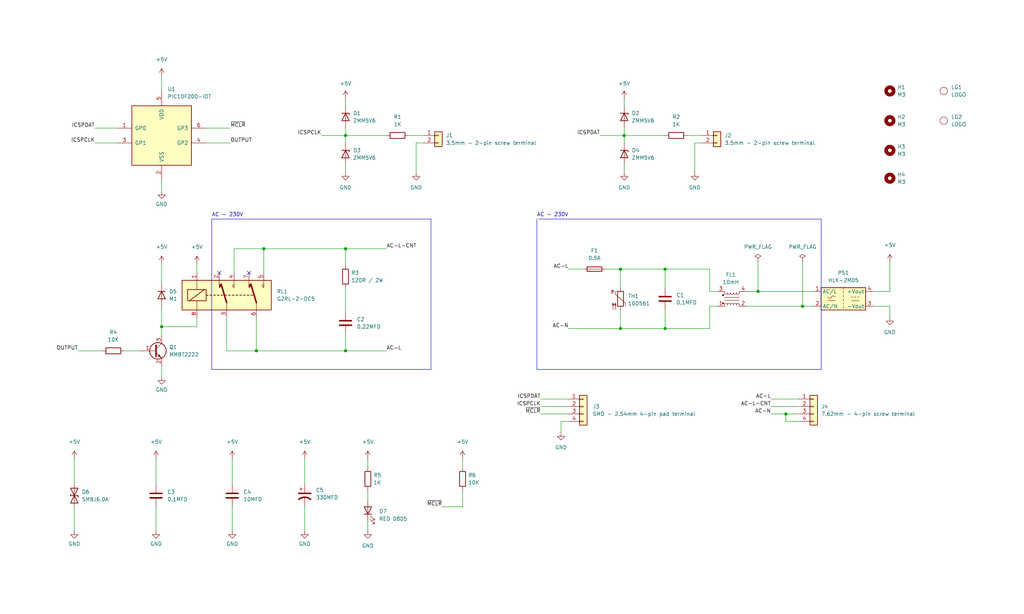
<source format=kicad_sch>
(kicad_sch (version 20230121) (generator eeschema)
  (paper "User" 350.012 210.007)
  (title_block (title "Electronic Limit Switch") (date "2024-01-12") (rev "1.0.0") (company "simtelic.com") (comment 1 "https://gitlab.com/simtelic/el0006-electronic-limit-switch"))
  (lib_symbols
    (symbol "Connector_Generic:Conn_01x02" (pin_names (offset 1.016) hide)
      (property "Reference" "J" (at 0 2.54 0))
      (property "Value" "Conn_01x02" (at 0 -5.08 0))
      (symbol "Conn_01x02_1_1"
        (rectangle (start -1.27 -2.413) (end 0 -2.667) (stroke (width 0.1524)))
        (rectangle (start -1.27 0.127) (end 0 -0.127) (stroke (width 0.1524)))
        (rectangle (start -1.27 1.27) (end 1.27 -3.81) (stroke (width 0.254)) (fill (type background)))
        (pin passive line (at -5.08 0 0) (length 3.81) (name "Pin_1") (number "1"))
        (pin passive line (at -5.08 -2.54 0) (length 3.81) (name "Pin_2") (number "2"))
      )
    )
    (symbol "Connector_Generic:Conn_01x04" (pin_names (offset 1.016) hide)
      (property "Reference" "J" (at 0 5.08 0))
      (property "Value" "Conn_01x04" (at 0 -7.62 0))
      (symbol "Conn_01x04_1_1"
        (rectangle (start -1.27 -4.953) (end 0 -5.207) (stroke (width 0.1524)))
        (rectangle (start -1.27 -2.413) (end 0 -2.667) (stroke (width 0.1524)))
        (rectangle (start -1.27 0.127) (end 0 -0.127) (stroke (width 0.1524)))
        (rectangle (start -1.27 2.667) (end 0 2.413) (stroke (width 0.1524)))
        (rectangle (start -1.27 3.81) (end 1.27 -6.35) (stroke (width 0.254)) (fill (type background)))
        (pin passive line (at -5.08 2.54 0) (length 3.81) (name "Pin_1") (number "1"))
        (pin passive line (at -5.08 0 0) (length 3.81) (name "Pin_2") (number "2"))
        (pin passive line (at -5.08 -2.54 0) (length 3.81) (name "Pin_3") (number "3"))
        (pin passive line (at -5.08 -5.08 0) (length 3.81) (name "Pin_4") (number "4"))
      )
    )
    (symbol "Converter_ACDC:HLK-PM01"
      (property "Reference" "PS" (at 0 5.08 0))
      (property "Value" "HLK-PM01" (at 0 -5.08 0))
      (symbol "HLK-PM01_0_1"
        (rectangle (start -7.62 3.81) (end 7.62 -3.81) (stroke (width 0.254)) (fill (type background)))
        (arc (start -5.334 0.635) (mid -4.699 0.2495) (end -4.064 0.635))
        (arc (start -2.794 0.635) (mid -3.429 1.0072) (end -4.064 0.635))
        (polyline (pts (xy -5.334 -0.635) (xy -2.794 -0.635)))
        (polyline (pts (xy 0 -2.54) (xy 0 -3.175)))
        (polyline (pts (xy 0 -1.27) (xy 0 -1.905)))
        (polyline (pts (xy 0 0) (xy 0 -0.635)))
        (polyline (pts (xy 0 1.27) (xy 0 0.635)))
        (polyline (pts (xy 0 2.54) (xy 0 1.905)))
        (polyline (pts (xy 0 3.81) (xy 0 3.175)))
        (polyline (pts (xy 2.794 -0.635) (xy 5.334 -0.635)))
        (polyline (pts (xy 2.794 0.635) (xy 3.302 0.635)))
        (polyline (pts (xy 3.81 0.635) (xy 4.318 0.635)))
        (polyline (pts (xy 4.826 0.635) (xy 5.334 0.635)))
      )
      (symbol "HLK-PM01_1_1"
        (pin power_in line (at -10.16 2.54 0) (length 2.54) (name "AC/L") (number "1"))
        (pin power_in line (at -10.16 -2.54 0) (length 2.54) (name "AC/N") (number "2"))
        (pin power_out line (at 10.16 -2.54 180) (length 2.54) (name "-Vout") (number "3"))
        (pin power_out line (at 10.16 2.54 180) (length 2.54) (name "+Vout") (number "4"))
      )
    )
    (symbol "Device:C" (pin_numbers hide) (pin_names (offset 0.254))
      (property "Reference" "C" (at 0.635 2.54 0))
      (property "Value" "C" (at 0.635 -2.54 0))
      (symbol "C_0_1"
        (polyline (pts (xy -2.032 -0.762) (xy 2.032 -0.762)) (stroke (width 0.508)))
        (polyline (pts (xy -2.032 0.762) (xy 2.032 0.762)) (stroke (width 0.508)))
      )
      (symbol "C_1_1"
        (pin passive line (at 0 3.81 270) (length 2.794) (name "~") (number "1"))
        (pin passive line (at 0 -3.81 90) (length 2.794) (name "~") (number "2"))
      )
    )
    (symbol "Device:C_Polarized_US" (pin_numbers hide) (pin_names (offset 0.254) hide)
      (property "Reference" "C" (at 0.635 2.54 0))
      (property "Value" "C_Polarized_US" (at 0.635 -2.54 0))
      (symbol "C_Polarized_US_0_1"
        (polyline (pts (xy -2.032 0.762) (xy 2.032 0.762)) (stroke (width 0.508)))
        (polyline (pts (xy -1.778 2.286) (xy -0.762 2.286)))
        (polyline (pts (xy -1.27 1.778) (xy -1.27 2.794)))
        (arc (start 2.032 -1.27) (mid 0 -0.5572) (end -2.032 -1.27) (stroke (width 0.508)))
      )
      (symbol "C_Polarized_US_1_1"
        (pin passive line (at 0 3.81 270) (length 2.794) (name "~") (number "1"))
        (pin passive line (at 0 -3.81 90) (length 3.302) (name "~") (number "2"))
      )
    )
    (symbol "Device:D" (pin_numbers hide) (pin_names (offset 1.016) hide)
      (property "Reference" "D" (at 0 2.54 0))
      (property "Value" "D" (at 0 -2.54 0))
      (symbol "D_0_1"
        (polyline (pts (xy -1.27 1.27) (xy -1.27 -1.27)) (stroke (width 0.254)))
        (polyline (pts (xy 1.27 0) (xy -1.27 0)))
        (polyline (pts (xy 1.27 1.27) (xy 1.27 -1.27) (xy -1.27 0) (xy 1.27 1.27)) (stroke (width 0.254)))
      )
      (symbol "D_1_1"
        (pin passive line (at -3.81 0 0) (length 2.54) (name "K") (number "1"))
        (pin passive line (at 3.81 0 180) (length 2.54) (name "A") (number "2"))
      )
    )
    (symbol "Device:D_TVS" (pin_numbers hide) (pin_names (offset 1.016) hide)
      (property "Reference" "D" (at 0 2.54 0))
      (property "Value" "D_TVS" (at 0 -2.54 0))
      (symbol "D_TVS_0_1"
        (polyline (pts (xy 1.27 0) (xy -1.27 0)))
        (polyline (pts (xy 0.508 1.27) (xy 0 1.27) (xy 0 -1.27) (xy -0.508 -1.27)) (stroke (width 0.254)))
        (polyline (pts (xy -2.54 1.27) (xy -2.54 -1.27) (xy 2.54 1.27) (xy 2.54 -1.27) (xy -2.54 1.27)) (stroke (width 0.254)))
      )
      (symbol "D_TVS_1_1"
        (pin passive line (at -3.81 0 0) (length 2.54) (name "A1") (number "1"))
        (pin passive line (at 3.81 0 180) (length 2.54) (name "A2") (number "2"))
      )
    )
    (symbol "Device:D_Zener" (pin_numbers hide) (pin_names (offset 1.016) hide)
      (property "Reference" "D" (at 0 2.54 0))
      (property "Value" "D_Zener" (at 0 -2.54 0))
      (symbol "D_Zener_0_1"
        (polyline (pts (xy 1.27 0) (xy -1.27 0)))
        (polyline (pts (xy -1.27 -1.27) (xy -1.27 1.27) (xy -0.762 1.27)) (stroke (width 0.254)))
        (polyline (pts (xy 1.27 -1.27) (xy 1.27 1.27) (xy -1.27 0) (xy 1.27 -1.27)) (stroke (width 0.254)))
      )
      (symbol "D_Zener_1_1"
        (pin passive line (at -3.81 0 0) (length 2.54) (name "K") (number "1"))
        (pin passive line (at 3.81 0 180) (length 2.54) (name "A") (number "2"))
      )
    )
    (symbol "Device:Fuse" (pin_numbers hide) (pin_names (offset 0))
      (property "Reference" "F" (at 2.032 0 90))
      (property "Value" "Fuse" (at -1.905 0 90))
      (symbol "Fuse_0_1"
        (rectangle (start -0.762 -2.54) (end 0.762 2.54) (stroke (width 0.254)))
        (polyline (pts (xy 0 2.54) (xy 0 -2.54)))
      )
      (symbol "Fuse_1_1"
        (pin passive line (at 0 3.81 270) (length 1.27) (name "~") (number "1"))
        (pin passive line (at 0 -3.81 90) (length 1.27) (name "~") (number "2"))
      )
    )
    (symbol "Device:LED" (pin_numbers hide) (pin_names (offset 1.016) hide)
      (property "Reference" "D" (at 0 2.54 0))
      (property "Value" "LED" (at 0 -2.54 0))
      (symbol "LED_0_1"
        (polyline (pts (xy -1.27 -1.27) (xy -1.27 1.27)) (stroke (width 0.254)))
        (polyline (pts (xy -1.27 0) (xy 1.27 0)))
        (polyline (pts (xy 1.27 -1.27) (xy 1.27 1.27) (xy -1.27 0) (xy 1.27 -1.27)) (stroke (width 0.254)))
        (polyline (pts (xy -3.048 -0.762) (xy -4.572 -2.286) (xy -3.81 -2.286) (xy -4.572 -2.286) (xy -4.572 -1.524)))
        (polyline (pts (xy -1.778 -0.762) (xy -3.302 -2.286) (xy -2.54 -2.286) (xy -3.302 -2.286) (xy -3.302 -1.524)))
      )
      (symbol "LED_1_1"
        (pin passive line (at -3.81 0 0) (length 2.54) (name "K") (number "1"))
        (pin passive line (at 3.81 0 180) (length 2.54) (name "A") (number "2"))
      )
    )
    (symbol "Device:Q_NPN_BEC" (pin_names (offset 0) hide)
      (property "Reference" "Q" (at 5.08 1.27 0))
      (property "Value" "Q_NPN_BEC" (at 5.08 -1.27 0))
      (symbol "Q_NPN_BEC_0_1"
        (polyline (pts (xy 0.635 0.635) (xy 2.54 2.54)))
        (polyline (pts (xy 0.635 -0.635) (xy 2.54 -2.54) (xy 2.54 -2.54)))
        (polyline (pts (xy 0.635 1.905) (xy 0.635 -1.905) (xy 0.635 -1.905)) (stroke (width 0.508)))
        (polyline (pts (xy 1.27 -1.778) (xy 1.778 -1.27) (xy 2.286 -2.286) (xy 1.27 -1.778) (xy 1.27 -1.778)) (fill (type outline)))
        (circle (center 1.27 0) (radius 2.8194) (stroke (width 0.254)))
      )
      (symbol "Q_NPN_BEC_1_1"
        (pin input line (at -5.08 0 0) (length 5.715) (name "B") (number "1"))
        (pin passive line (at 2.54 -5.08 90) (length 2.54) (name "E") (number "2"))
        (pin passive line (at 2.54 5.08 270) (length 2.54) (name "C") (number "3"))
      )
    )
    (symbol "Device:R" (pin_numbers hide) (pin_names (offset 0))
      (property "Reference" "R" (at 2.032 0 90))
      (property "Value" "R" (at 0 0 90))
      (symbol "R_0_1"
        (rectangle (start -1.016 -2.54) (end 1.016 2.54) (stroke (width 0.254)))
      )
      (symbol "R_1_1"
        (pin passive line (at 0 3.81 270) (length 1.27) (name "~") (number "1"))
        (pin passive line (at 0 -3.81 90) (length 1.27) (name "~") (number "2"))
      )
    )
    (symbol "Device:Thermistor_PTC" (pin_numbers hide) (pin_names (offset 0))
      (property "Reference" "TH" (at -4.064 0 90))
      (property "Value" "Thermistor_PTC" (at 3.048 0 90))
      (symbol "Thermistor_PTC_0_1"
        (arc (start -3.048 2.159) (mid -3.0495 2.3143) (end -3.175 2.413))
        (arc (start -3.048 2.159) (mid -2.9736 1.9794) (end -2.794 1.905))
        (arc (start -3.048 2.794) (mid -2.9736 2.6144) (end -2.794 2.54))
        (arc (start -2.794 1.905) (mid -2.6144 1.9794) (end -2.54 2.159))
        (arc (start -2.794 2.54) (mid -2.4393 2.5587) (end -2.159 2.794))
        (arc (start -2.794 3.048) (mid -2.9736 2.9736) (end -3.048 2.794))
        (arc (start -2.54 2.794) (mid -2.6144 2.9736) (end -2.794 3.048))
        (rectangle (start -1.016 2.54) (end 1.016 -2.54) (stroke (width 0.254)))
        (polyline (pts (xy -2.54 2.159) (xy -2.54 2.794)))
        (polyline (pts (xy -1.778 2.54) (xy -1.778 1.524) (xy 1.778 -1.524) (xy 1.778 -2.54)))
        (polyline (pts (xy -2.54 -3.683) (xy -2.54 -1.397) (xy -2.794 -2.159) (xy -2.286 -2.159) (xy -2.54 -1.397) (xy -2.54 -1.651)) (fill (type outline)))
        (polyline (pts (xy -1.778 -3.683) (xy -1.778 -1.397) (xy -2.032 -2.159) (xy -1.524 -2.159) (xy -1.778 -1.397) (xy -1.778 -1.651)) (fill (type outline)))
      )
      (symbol "Thermistor_PTC_1_1"
        (pin passive line (at 0 3.81 270) (length 1.27) (name "~") (number "1"))
        (pin passive line (at 0 -3.81 90) (length 1.27) (name "~") (number "2"))
      )
    )
    (symbol "Filter:Choke_Schaffner_RN102-0.3-02-12M" (pin_names hide)
      (property "Reference" "FL" (at 0 5.08 0))
      (property "Value" "Choke_Schaffner_RN102-0.3-02-12M" (at 0 -5.08 0))
      (symbol "Choke_Schaffner_RN102-0.3-02-12M_1_1"
        (circle (center -3.048 -1.27) (radius 0.254) (fill (type outline)))
        (circle (center -3.048 1.524) (radius 0.254) (fill (type outline)))
        (arc (start -2.54 2.032) (mid -2.032 1.5262) (end -1.524 2.032))
        (arc (start -1.524 -2.032) (mid -2.032 -1.5262) (end -2.54 -2.032))
        (arc (start -1.524 2.032) (mid -1.016 1.5262) (end -0.508 2.032))
        (arc (start -0.508 -2.032) (mid -1.016 -1.5262) (end -1.524 -2.032))
        (arc (start -0.508 2.032) (mid 0 1.5262) (end 0.508 2.032))
        (polyline (pts (xy -2.54 -2.032) (xy -2.54 -2.54)))
        (polyline (pts (xy -2.54 0.508) (xy 2.54 0.508)))
        (polyline (pts (xy -2.54 2.032) (xy -2.54 2.54)))
        (polyline (pts (xy 2.54 -2.032) (xy 2.54 -2.54)))
        (polyline (pts (xy 2.54 -0.508) (xy -2.54 -0.508)))
        (polyline (pts (xy 2.54 2.54) (xy 2.54 2.032)))
        (arc (start 0.508 -2.032) (mid 0 -1.5262) (end -0.508 -2.032))
        (arc (start 0.508 2.032) (mid 1.016 1.5262) (end 1.524 2.032))
        (arc (start 1.524 -2.032) (mid 1.016 -1.5262) (end 0.508 -2.032))
        (arc (start 1.524 2.032) (mid 2.032 1.5262) (end 2.54 2.032))
        (arc (start 2.54 -2.032) (mid 2.032 -1.5262) (end 1.524 -2.032))
        (pin passive line (at -5.08 2.54 0) (length 2.54) (name "1") (number "1"))
        (pin passive line (at 5.08 2.54 180) (length 2.54) (name "2") (number "2"))
        (pin passive line (at -5.08 -2.54 0) (length 2.54) (name "3") (number "3"))
        (pin passive line (at 5.08 -2.54 180) (length 2.54) (name "4") (number "4"))
      )
    )
    (symbol "MCU_Microchip_PIC10:PIC10F200-IOT" (pin_names (offset 1.016))
      (property "Reference" "U" (at 1.27 13.97 0))
      (property "Value" "PIC10F200-IOT" (at 1.27 11.43 0))
      (symbol "PIC10F200-IOT_0_1"
        (rectangle (start -10.16 10.16) (end 10.16 -10.16) (stroke (width 0.254)) (fill (type background)))
      )
      (symbol "PIC10F200-IOT_1_1"
        (pin bidirectional line (at -15.24 2.54 0) (length 5.08) (name "GP0") (number "1"))
        (pin power_in line (at 0 -15.24 90) (length 5.08) (name "VSS") (number "2"))
        (pin bidirectional line (at -15.24 -2.54 0) (length 5.08) (name "GP1") (number "3"))
        (pin bidirectional line (at 15.24 -2.54 180) (length 5.08) (name "GP2") (number "4"))
        (pin power_in line (at 0 15.24 270) (length 5.08) (name "VDD") (number "5"))
        (pin input line (at 15.24 2.54 180) (length 5.08) (name "GP3") (number "6"))
      )
    )
    (symbol "Mechanical:MountingHole" (pin_names (offset 1.016))
      (property "Reference" "H" (at 0 5.08 0))
      (property "Value" "MountingHole" (at 0 3.175 0))
      (symbol "MountingHole_0_1"
        (circle (center 0 0) (radius 1.27) (stroke (width 1.27)))
      )
    )
    (symbol "Relay:G2RL-2-DC5"
      (property "Reference" "RL" (at 16.51 3.81 0))
      (property "Value" "G2RL-2-DC5" (at 16.51 1.27 0))
      (symbol "G2RL-2-DC5_0_1"
        (rectangle (start -15.24 5.08) (end 15.24 -5.08) (stroke (width 0.254)) (fill (type background)))
        (rectangle (start -13.335 1.905) (end -6.985 -1.905) (stroke (width 0.254)))
        (polyline (pts (xy -12.7 -1.905) (xy -7.62 1.905)) (stroke (width 0.254)))
        (polyline (pts (xy -10.16 -5.08) (xy -10.16 -1.905)))
        (polyline (pts (xy -10.16 5.08) (xy -10.16 1.905)))
        (polyline (pts (xy -6.985 0) (xy -6.35 0)) (stroke (width 0.254)))
        (polyline (pts (xy -5.715 0) (xy -5.08 0)) (stroke (width 0.254)))
        (polyline (pts (xy -4.445 0) (xy -3.81 0)) (stroke (width 0.254)))
        (polyline (pts (xy -3.175 0) (xy -2.54 0)) (stroke (width 0.254)))
        (polyline (pts (xy -1.905 0) (xy -1.27 0)) (stroke (width 0.254)))
        (polyline (pts (xy -0.635 0) (xy 0 0)) (stroke (width 0.254)))
        (polyline (pts (xy 0 -2.54) (xy -1.905 3.81)) (stroke (width 0.508)))
        (polyline (pts (xy 0 -2.54) (xy 0 -5.08)))
        (polyline (pts (xy 0.635 0) (xy 1.27 0)) (stroke (width 0.254)))
        (polyline (pts (xy 1.905 0) (xy 2.54 0)) (stroke (width 0.254)))
        (polyline (pts (xy 3.175 0) (xy 3.81 0)) (stroke (width 0.254)))
        (polyline (pts (xy 4.445 0) (xy 5.08 0)) (stroke (width 0.254)))
        (polyline (pts (xy 5.715 0) (xy 6.35 0)) (stroke (width 0.254)))
        (polyline (pts (xy 6.985 0) (xy 7.62 0)) (stroke (width 0.254)))
        (polyline (pts (xy 8.255 0) (xy 8.89 0)) (stroke (width 0.254)))
        (polyline (pts (xy 10.16 -2.54) (xy 8.255 3.81)) (stroke (width 0.508)))
        (polyline (pts (xy 10.16 -2.54) (xy 10.16 -5.08)))
        (polyline (pts (xy -2.54 5.08) (xy -2.54 2.54) (xy -1.905 3.175) (xy -2.54 3.81)) (fill (type outline)))
        (polyline (pts (xy 2.54 5.08) (xy 2.54 2.54) (xy 1.905 3.175) (xy 2.54 3.81)))
        (polyline (pts (xy 7.62 5.08) (xy 7.62 2.54) (xy 8.255 3.175) (xy 7.62 3.81)) (fill (type outline)))
        (polyline (pts (xy 12.7 5.08) (xy 12.7 2.54) (xy 12.065 3.175) (xy 12.7 3.81)))
      )
      (symbol "G2RL-2-DC5_1_1"
        (pin passive line (at -10.16 7.62 270) (length 2.54) (name "~") (number "1"))
        (pin passive line (at -2.54 7.62 270) (length 2.54) (name "~") (number "2"))
        (pin passive line (at 0 -7.62 90) (length 2.54) (name "~") (number "3"))
        (pin passive line (at 2.54 7.62 270) (length 2.54) (name "~") (number "4"))
        (pin passive line (at 12.7 7.62 270) (length 2.54) (name "~") (number "5"))
        (pin passive line (at 10.16 -7.62 90) (length 2.54) (name "~") (number "6"))
        (pin passive line (at 7.62 7.62 270) (length 2.54) (name "~") (number "7"))
        (pin passive line (at -10.16 -7.62 90) (length 2.54) (name "~") (number "8"))
      )
    )
    (symbol "elect-generic-ic:LOGO" (pin_numbers hide) (pin_names (offset 0) hide)
      (property "Reference" "LG" (at 0 -3.175 0))
      (property "Value" "LOGO" (at 0 3.175 0))
      (symbol "LOGO_0_1"
        (circle (center 0 0) (radius 1.27))
      )
    )
    (symbol "power:+5V" (power) (pin_names (offset 0))
      (property "Value" "+5V" (at 0 3.556 0))
      (symbol "+5V_0_1"
        (polyline (pts (xy -0.762 1.27) (xy 0 2.54)))
        (polyline (pts (xy 0 0) (xy 0 2.54)))
        (polyline (pts (xy 0 2.54) (xy 0.762 1.27)))
      )
      (symbol "+5V_1_1"
        (pin power_in line (at 0 0 90) (length 0) hide (name "+5V") (number "1"))
      )
    )
    (symbol "power:GND" (power) (pin_names (offset 0))
      (property "Value" "GND" (at 0 -3.81 0))
      (symbol "GND_0_1"
        (polyline (pts (xy 0 0) (xy 0 -1.27) (xy 1.27 -1.27) (xy 0 -2.54) (xy -1.27 -1.27) (xy 0 -1.27)))
      )
      (symbol "GND_1_1"
        (pin power_in line (at 0 0 270) (length 0) hide (name "GND") (number "1"))
      )
    )
    (symbol "power:PWR_FLAG" (power) (pin_numbers hide) (pin_names (offset 0) hide)
      (property "Value" "PWR_FLAG" (at 0 3.81 0))
      (symbol "PWR_FLAG_0_0"
        (pin power_out line (at 0 0 90) (length 0) (name "pwr") (number "1"))
      )
      (symbol "PWR_FLAG_0_1"
        (polyline (pts (xy 0 0) (xy 0 1.27) (xy -1.016 1.905) (xy 0 2.54) (xy 1.016 1.905) (xy 0 1.27)))
      )
    )
  )
  (junction (at 227.33 112.395))
  (junction (at 227.33 92.075))
  (junction (at 212.09 92.075))
  (junction (at 274.32 104.775))
  (junction (at 55.245 111.76))
  (junction (at 213.36 46.355))
  (junction (at 212.09 112.395))
  (junction (at 118.11 85.09))
  (junction (at 90.17 85.09))
  (junction (at 259.08 99.695))
  (junction (at 268.605 141.605))
  (junction (at 87.63 120.015))
  (junction (at 118.11 120.015))
  (junction (at 118.11 46.355))
  (no_connect (at 74.93 93.345))
  (no_connect (at 85.09 93.345))
  (wire (pts (xy 213.36 43.815) (xy 213.36 46.355)))
  (wire (pts (xy 55.245 111.76) (xy 67.31 111.76)))
  (wire (pts (xy 213.36 33.655) (xy 213.36 36.195)))
  (wire (pts (xy 194.31 92.075) (xy 199.39 92.075)))
  (wire (pts (xy 255.27 99.695) (xy 259.08 99.695)))
  (wire (pts (xy 298.45 104.775) (xy 304.165 104.775)))
  (wire (pts (xy 80.01 85.09) (xy 80.01 93.345)))
  (wire (pts (xy 213.36 56.515) (xy 213.36 59.055)))
  (wire (pts (xy 184.785 136.525) (xy 194.31 136.525)))
  (wire (pts (xy 194.31 112.395) (xy 212.09 112.395)))
  (wire (pts (xy 298.45 99.695) (xy 304.165 99.695)))
  (polyline (pts (xy 280.67 74.93) (xy 280.67 126.365)))
  (wire (pts (xy 142.24 59.055) (xy 142.24 48.895)))
  (wire (pts (xy 118.11 33.655) (xy 118.11 36.195)))
  (wire (pts (xy 205.105 46.355) (xy 213.36 46.355)))
  (wire (pts (xy 125.73 178.435) (xy 125.73 181.61)))
  (wire (pts (xy 191.77 147.955) (xy 191.77 144.145)))
  (wire (pts (xy 158.115 173.355) (xy 158.115 167.64)))
  (wire (pts (xy 104.14 156.845) (xy 104.14 165.735)))
  (wire (pts (xy 268.605 144.145) (xy 268.605 141.605)))
  (wire (pts (xy 67.31 90.17) (xy 67.31 93.345)))
  (wire (pts (xy 118.11 85.09) (xy 132.08 85.09)))
  (wire (pts (xy 118.11 85.09) (xy 118.11 90.805)))
  (wire (pts (xy 263.525 141.605) (xy 268.605 141.605)))
  (wire (pts (xy 118.11 114.3) (xy 118.11 120.015)))
  (wire (pts (xy 90.17 85.09) (xy 90.17 93.345)))
  (polyline (pts (xy 72.39 74.93) (xy 72.39 126.365)))
  (wire (pts (xy 227.33 112.395) (xy 242.57 112.395)))
  (wire (pts (xy 118.11 43.815) (xy 118.11 46.355)))
  (polyline (pts (xy 147.32 126.365) (xy 72.39 126.365)))
  (wire (pts (xy 26.67 120.015) (xy 34.925 120.015)))
  (wire (pts (xy 151.13 173.355) (xy 158.115 173.355)))
  (wire (pts (xy 109.855 46.355) (xy 118.11 46.355)))
  (wire (pts (xy 242.57 112.395) (xy 242.57 104.775)))
  (wire (pts (xy 237.49 59.055) (xy 237.49 48.895)))
  (wire (pts (xy 242.57 99.695) (xy 245.11 99.695)))
  (polyline (pts (xy 147.32 74.93) (xy 147.32 126.365)))
  (wire (pts (xy 274.32 89.535) (xy 274.32 104.775)))
  (wire (pts (xy 227.33 112.395) (xy 227.33 106.045)))
  (wire (pts (xy 213.36 46.355) (xy 227.33 46.355)))
  (wire (pts (xy 70.485 48.895) (xy 78.74 48.895)))
  (wire (pts (xy 212.09 112.395) (xy 227.33 112.395)))
  (wire (pts (xy 273.05 144.145) (xy 268.605 144.145)))
  (wire (pts (xy 227.33 92.075) (xy 242.57 92.075)))
  (wire (pts (xy 55.245 61.595) (xy 55.245 65.405)))
  (wire (pts (xy 212.09 92.075) (xy 212.09 98.425)))
  (wire (pts (xy 227.33 92.075) (xy 227.33 98.425)))
  (wire (pts (xy 184.785 139.065) (xy 194.31 139.065)))
  (wire (pts (xy 158.115 156.845) (xy 158.115 160.02)))
  (wire (pts (xy 55.245 125.095) (xy 55.245 128.905)))
  (wire (pts (xy 118.11 56.515) (xy 118.11 59.055)))
  (wire (pts (xy 234.95 46.355) (xy 240.03 46.355)))
  (wire (pts (xy 55.245 114.935) (xy 55.245 111.76)))
  (polyline (pts (xy 280.67 126.365) (xy 183.515 126.365)))
  (wire (pts (xy 90.17 85.09) (xy 80.01 85.09)))
  (wire (pts (xy 67.31 111.76) (xy 67.31 108.585)))
  (wire (pts (xy 55.245 104.775) (xy 55.245 111.76)))
  (wire (pts (xy 259.08 89.535) (xy 259.08 99.695)))
  (wire (pts (xy 118.11 46.355) (xy 132.08 46.355)))
  (wire (pts (xy 70.485 43.815) (xy 78.74 43.815)))
  (wire (pts (xy 25.4 156.845) (xy 25.4 165.735)))
  (wire (pts (xy 213.36 46.355) (xy 213.36 48.895)))
  (wire (pts (xy 77.47 120.015) (xy 87.63 120.015)))
  (wire (pts (xy 118.11 98.425) (xy 118.11 106.68)))
  (wire (pts (xy 191.77 144.145) (xy 194.31 144.145)))
  (wire (pts (xy 53.34 156.845) (xy 53.34 165.735)))
  (wire (pts (xy 32.385 43.815) (xy 40.005 43.815)))
  (polyline (pts (xy 184.15 74.93) (xy 280.67 74.93)))
  (wire (pts (xy 55.245 90.17) (xy 55.245 97.155)))
  (wire (pts (xy 118.11 46.355) (xy 118.11 48.895)))
  (wire (pts (xy 79.375 156.845) (xy 79.375 165.735)))
  (wire (pts (xy 263.525 139.065) (xy 273.05 139.065)))
  (wire (pts (xy 87.63 120.015) (xy 118.11 120.015)))
  (wire (pts (xy 268.605 141.605) (xy 273.05 141.605)))
  (wire (pts (xy 77.47 120.015) (xy 77.47 108.585)))
  (polyline (pts (xy 72.39 74.93) (xy 147.32 74.93)))
  (wire (pts (xy 139.7 46.355) (xy 144.78 46.355)))
  (wire (pts (xy 87.63 108.585) (xy 87.63 120.015)))
  (wire (pts (xy 25.4 173.355) (xy 25.4 181.61)))
  (wire (pts (xy 242.57 92.075) (xy 242.57 99.695)))
  (wire (pts (xy 79.375 173.355) (xy 79.375 181.61)))
  (wire (pts (xy 242.57 104.775) (xy 245.11 104.775)))
  (wire (pts (xy 263.525 136.525) (xy 273.05 136.525)))
  (wire (pts (xy 304.165 104.775) (xy 304.165 108.585)))
  (wire (pts (xy 207.01 92.075) (xy 212.09 92.075)))
  (wire (pts (xy 274.32 104.775) (xy 278.13 104.775)))
  (wire (pts (xy 259.08 99.695) (xy 278.13 99.695)))
  (wire (pts (xy 237.49 48.895) (xy 240.03 48.895)))
  (wire (pts (xy 255.27 104.775) (xy 274.32 104.775)))
  (wire (pts (xy 142.24 48.895) (xy 144.78 48.895)))
  (wire (pts (xy 125.73 167.64) (xy 125.73 170.815)))
  (wire (pts (xy 104.14 173.355) (xy 104.14 181.61)))
  (wire (pts (xy 132.08 120.015) (xy 118.11 120.015)))
  (wire (pts (xy 304.165 99.695) (xy 304.165 89.535)))
  (wire (pts (xy 53.34 173.355) (xy 53.34 181.61)))
  (wire (pts (xy 212.09 112.395) (xy 212.09 106.045)))
  (wire (pts (xy 212.09 92.075) (xy 227.33 92.075)))
  (wire (pts (xy 184.785 141.605) (xy 194.31 141.605)))
  (wire (pts (xy 90.17 85.09) (xy 118.11 85.09)))
  (wire (pts (xy 32.385 48.895) (xy 40.005 48.895)))
  (wire (pts (xy 42.545 120.015) (xy 47.625 120.015)))
  (wire (pts (xy 125.73 156.845) (xy 125.73 160.02)))
  (polyline (pts (xy 183.515 74.93) (xy 183.515 126.365)))
  (wire (pts (xy 55.245 26.035) (xy 55.245 31.115)))
  (text "AC - 230V" (at 183.515 74.295 0) (effects (font (size 1.27 1.27)) (justify left bottom)))
  (text "AC - 230V" (at 72.39 74.295 0) (effects (font (size 1.27 1.27)) (justify left bottom)))
  (label "AC-L-CNT" (at 132.08 85.09 0))
  (label "AC-L-CNT" (at 263.525 139.065 180))
  (label "OUTPUT" (at 26.67 120.015 180))
  (label "AC-L" (at 263.525 136.525 180))
  (label "ICSPCLK" (at 184.785 139.065 180))
  (label "~{MCLR}" (at 151.13 173.355 180))
  (label "AC-N" (at 194.31 112.395 180))
  (label "OUTPUT" (at 78.74 48.895 0))
  (label "~{MCLR}" (at 184.785 141.605 180))
  (label "ICSPCLK" (at 32.385 48.895 180))
  (label "ICSPCLK" (at 109.855 46.355 180))
  (label "AC-N" (at 263.525 141.605 180))
  (label "ICSPDAT" (at 184.785 136.525 180))
  (label "AC-L" (at 132.08 120.015 0))
  (label "ICSPDAT" (at 205.105 46.355 180))
  (label "ICSPDAT" (at 32.385 43.815 180))
  (label "AC-L" (at 194.31 92.075 180))
  (label "~{MCLR}" (at 78.74 43.815 0))
  (symbol (lib_id "power:GND") (at 25.4 181.61 0) (unit 1)
    (property "Reference" "#PWR020" (effects hide))
    (property "Value" "GND" (at 25.4 186.055 0))
  )
  (symbol (lib_id "power:+5V") (at 104.14 156.845 0) (unit 1)
    (property "Reference" "#PWR018" (effects hide))
    (property "Value" "+5V" (at 104.14 151.13 0))
  )
  (symbol (lib_id "Device:R") (at 135.89 46.355 90) (unit 1)
    (property "Reference" "R1" (at 135.89 40.005 90))
    (property "Value" "1K" (at 135.89 42.545 90))
    (property "Footprint" "Resistor_SMD:R_0603_1608Metric_Pad0.98x0.95mm_HandSolder" (effects hide))
  )
  (symbol (lib_id "power:+5V") (at 55.245 90.17 0) (unit 1)
    (property "Reference" "#PWR010" (effects hide))
    (property "Value" "+5V" (at 55.245 84.455 0))
  )
  (symbol (lib_id "Mechanical:MountingHole") (at 304.165 31.115 0) (unit 1)
    (property "Reference" "H1" (at 306.705 29.8449 0) (effects (justify left)))
    (property "Value" "M3" (at 306.705 32.3849 0) (effects (justify left)))
    (property "Footprint" "MountingHole:MountingHole_3.5mm" (effects hide))
  )
  (symbol (lib_id "power:+5V") (at 53.34 156.845 0) (unit 1)
    (property "Reference" "#PWR016" (effects hide))
    (property "Value" "+5V" (at 53.34 151.13 0))
  )
  (symbol (lib_id "Device:C") (at 79.375 169.545 0) (unit 1)
    (property "Reference" "C4" (at 83.185 168.2749 0) (effects (justify left)))
    (property "Value" "10MFD" (at 83.185 170.8149 0) (effects (justify left)))
    (property "Footprint" "Capacitor_SMD:C_0805_2012Metric_Pad1.18x1.45mm_HandSolder" (effects hide))
  )
  (symbol (lib_id "Device:D_TVS") (at 25.4 169.545 90) (unit 1)
    (property "Reference" "D6" (at 27.94 168.2749 90) (effects (justify right)))
    (property "Value" "SMBJ6.0A" (at 27.94 170.8149 90) (effects (justify right)))
    (property "Footprint" "Diode_SMD:D_SMB_Handsoldering" (effects hide))
  )
  (symbol (lib_id "Device:C") (at 53.34 169.545 0) (unit 1)
    (property "Reference" "C3" (at 57.15 168.2749 0) (effects (justify left)))
    (property "Value" "0.1MFD" (at 57.15 170.8149 0) (effects (justify left)))
    (property "Footprint" "Capacitor_SMD:C_0603_1608Metric_Pad1.08x0.95mm_HandSolder" (effects hide))
  )
  (symbol (lib_id "power:+5V") (at 125.73 156.845 0) (unit 1)
    (property "Reference" "#PWR019" (effects hide))
    (property "Value" "+5V" (at 125.73 151.13 0))
  )
  (symbol (lib_id "Device:C") (at 227.33 102.235 0) (unit 1)
    (property "Reference" "C1" (at 231.14 100.9649 0) (effects (justify left)))
    (property "Value" "0.1MFD" (at 231.14 103.5049 0) (effects (justify left)))
    (property "Footprint" "Capacitor_THT:C_Rect_L11.0mm_W4.3mm_P10.00mm_MKT" (effects hide))
  )
  (symbol (lib_id "power:+5V") (at 118.11 33.655 0) (unit 1)
    (property "Reference" "#PWR02" (effects hide))
    (property "Value" "+5V" (at 118.11 28.575 0))
  )
  (symbol (lib_id "power:+5V") (at 213.36 33.655 0) (unit 1)
    (property "Reference" "#PWR03" (effects hide))
    (property "Value" "+5V" (at 213.36 28.575 0))
  )
  (symbol (lib_id "Mechanical:MountingHole") (at 304.165 60.96 0) (unit 1)
    (property "Reference" "H4" (at 306.705 59.6899 0) (effects (justify left)))
    (property "Value" "M3" (at 306.705 62.2299 0) (effects (justify left)))
    (property "Footprint" "MountingHole:MountingHole_3.5mm" (effects hide))
  )
  (symbol (lib_id "Connector_Generic:Conn_01x04") (at 278.13 139.065 0) (unit 1)
    (property "Reference" "J4" (at 280.67 139.0649 0) (effects (justify left)))
    (property "Value" "7.62mm - 4-pin screw terminal" (at 280.67 141.6049 0) (effects (justify left)))
    (property "Footprint" "elect-footprints:Screw-Terminal-4Way-7.62mm" (effects hide))
  )
  (symbol (lib_id "power:+5V") (at 304.165 89.535 0) (unit 1)
    (property "Reference" "#PWR09" (effects hide))
    (property "Value" "+5V" (at 304.165 83.82 0))
  )
  (symbol (lib_id "Device:C") (at 118.11 110.49 0) (unit 1)
    (property "Reference" "C2" (at 121.92 109.2199 0) (effects (justify left)))
    (property "Value" "0.22MFD" (at 121.92 111.7599 0) (effects (justify left)))
    (property "Footprint" "Capacitor_THT:C_Rect_L11.0mm_W5.1mm_P10.00mm_MKT" (effects hide))
  )
  (symbol (lib_id "power:GND") (at 142.24 59.055 0) (unit 1)
    (property "Reference" "#PWR05" (effects hide))
    (property "Value" "GND" (at 142.24 64.135 0))
  )
  (symbol (lib_id "Device:D_Zener") (at 213.36 52.705 270) (unit 1)
    (property "Reference" "D4" (at 215.9 51.4349 90) (effects (justify left)))
    (property "Value" "ZMM5V6" (at 215.9 53.9749 90) (effects (justify left)))
    (property "Footprint" "Diode_SMD:D_MiniMELF_Handsoldering" (effects hide))
  )
  (symbol (lib_id "power:PWR_FLAG") (at 274.32 89.535 0) (unit 1)
    (property "Reference" "#FLG02" (effects hide))
    (property "Value" "PWR_FLAG" (at 274.32 84.455 0))
  )
  (symbol (lib_id "elect-generic-ic:LOGO") (at 322.58 31.115 0) (unit 1)
    (property "Reference" "LG1" (at 325.12 29.8449 0) (effects (justify left)))
    (property "Value" "LOGO" (at 325.12 32.3849 0) (effects (justify left)))
    (property "Footprint" "simtelic:simtelic-name-5" (effects hide))
  )
  (symbol (lib_id "MCU_Microchip_PIC10:PIC10F200-IOT") (at 55.245 46.355 0) (unit 1)
    (property "Reference" "U1" (at 57.2644 30.48 0) (effects (justify left)))
    (property "Value" "PIC10F200-IOT" (at 57.2644 33.02 0) (effects (justify left)))
    (property "Footprint" "Package_TO_SOT_SMD:SOT-23-6" (effects hide))
    (property "Datasheet" "http://ww1.microchip.com/downloads/en/DeviceDoc/41239D.pdf" (effects hide))
  )
  (symbol (lib_id "power:GND") (at 213.36 59.055 0) (unit 1)
    (property "Reference" "#PWR06" (effects hide))
    (property "Value" "GND" (at 213.36 64.135 0))
  )
  (symbol (lib_id "Mechanical:MountingHole") (at 304.165 51.435 0) (unit 1)
    (property "Reference" "H3" (at 306.705 50.1649 0) (effects (justify left)))
    (property "Value" "M3" (at 306.705 52.7049 0) (effects (justify left)))
    (property "Footprint" "MountingHole:MountingHole_3.5mm" (effects hide))
  )
  (symbol (lib_id "Device:LED") (at 125.73 174.625 90) (unit 1)
    (property "Reference" "D7" (at 129.54 174.9424 90) (effects (justify right)))
    (property "Value" "RED 0805" (at 129.54 177.4824 90) (effects (justify right)))
    (property "Footprint" "LED_SMD:LED_0805_2012Metric_Pad1.15x1.40mm_HandSolder" (effects hide))
  )
  (symbol (lib_id "power:+5V") (at 158.115 156.845 0) (unit 1)
    (property "Reference" "#PWR0101" (effects hide))
    (property "Value" "+5V" (at 158.115 151.13 0))
  )
  (symbol (lib_id "Device:R") (at 38.735 120.015 90) (unit 1)
    (property "Reference" "R4" (at 38.735 113.665 90))
    (property "Value" "10K" (at 38.735 116.205 90))
    (property "Footprint" "Resistor_SMD:R_0603_1608Metric_Pad0.98x0.95mm_HandSolder" (effects hide))
  )
  (symbol (lib_id "Connector_Generic:Conn_01x02") (at 149.86 46.355 0) (unit 1)
    (property "Reference" "J1" (at 152.4 46.3549 0) (effects (justify left)))
    (property "Value" "3.5mm - 2-pin screw terminal" (at 152.4 48.8949 0) (effects (justify left)))
    (property "Footprint" "Connector_Phoenix_MC:PhoenixContact_MCV_1,5_2-G-3.5_1x02_P3.50mm_Vertical" (effects hide))
  )
  (symbol (lib_id "power:GND") (at 104.14 181.61 0) (unit 1)
    (property "Reference" "#PWR023" (effects hide))
    (property "Value" "GND" (at 104.14 186.055 0))
  )
  (symbol (lib_id "power:PWR_FLAG") (at 259.08 89.535 0) (unit 1)
    (property "Reference" "#FLG01" (effects hide))
    (property "Value" "PWR_FLAG" (at 259.08 84.455 0))
  )
  (symbol (lib_id "Device:C_Polarized_US") (at 104.14 169.545 0) (unit 1)
    (property "Reference" "C5" (at 107.95 167.6399 0) (effects (justify left)))
    (property "Value" "330MFD" (at 107.95 170.1799 0) (effects (justify left)))
    (property "Footprint" "Capacitor_SMD:CP_Elec_6.3x7.7" (effects hide))
  )
  (symbol (lib_id "power:GND") (at 191.77 147.955 0) (unit 1)
    (property "Reference" "#PWR014" (effects hide))
    (property "Value" "GND" (at 191.77 153.035 0))
  )
  (symbol (lib_id "Device:Thermistor_PTC") (at 212.09 102.235 0) (unit 1)
    (property "Reference" "TH1" (at 214.63 101.2824 0) (effects (justify left)))
    (property "Value" "10D561" (at 214.63 103.8224 0) (effects (justify left)))
    (property "Footprint" "Varistor:RV_Disc_D12mm_W4.2mm_P7.5mm" (effects hide))
  )
  (symbol (lib_id "power:+5V") (at 25.4 156.845 0) (unit 1)
    (property "Reference" "#PWR015" (effects hide))
    (property "Value" "+5V" (at 25.4 151.13 0))
  )
  (symbol (lib_id "Device:R") (at 231.14 46.355 90) (unit 1)
    (property "Reference" "R2" (at 231.14 40.005 90))
    (property "Value" "1K" (at 231.14 42.545 90))
    (property "Footprint" "Resistor_SMD:R_0603_1608Metric_Pad0.98x0.95mm_HandSolder" (effects hide))
  )
  (symbol (lib_id "power:GND") (at 79.375 181.61 0) (unit 1)
    (property "Reference" "#PWR022" (effects hide))
    (property "Value" "GND" (at 79.375 186.055 0))
  )
  (symbol (lib_id "Connector_Generic:Conn_01x02") (at 245.11 46.355 0) (unit 1)
    (property "Reference" "J2" (at 247.65 46.3549 0) (effects (justify left)))
    (property "Value" "3.5mm - 2-pin screw terminal" (at 247.65 48.8949 0) (effects (justify left)))
    (property "Footprint" "Connector_Phoenix_MC:PhoenixContact_MCV_1,5_2-G-3.5_1x02_P3.50mm_Vertical" (effects hide))
  )
  (symbol (lib_id "Device:D_Zener") (at 118.11 52.705 270) (unit 1)
    (property "Reference" "D3" (at 120.65 51.4349 90) (effects (justify left)))
    (property "Value" "ZMM5V6" (at 120.65 53.9749 90) (effects (justify left)))
    (property "Footprint" "Diode_SMD:D_MiniMELF_Handsoldering" (effects hide))
  )
  (symbol (lib_id "power:+5V") (at 79.375 156.845 0) (unit 1)
    (property "Reference" "#PWR017" (effects hide))
    (property "Value" "+5V" (at 79.375 151.13 0))
  )
  (symbol (lib_id "power:GND") (at 237.49 59.055 0) (unit 1)
    (property "Reference" "#PWR07" (effects hide))
    (property "Value" "GND" (at 237.49 64.135 0))
  )
  (symbol (lib_id "power:+5V") (at 67.31 90.17 0) (unit 1)
    (property "Reference" "#PWR011" (effects hide))
    (property "Value" "+5V" (at 67.31 84.455 0))
  )
  (symbol (lib_id "Connector_Generic:Conn_01x04") (at 199.39 139.065 0) (unit 1)
    (property "Reference" "J3" (at 202.565 139.0649 0) (effects (justify left)))
    (property "Value" "SMD - 2.54mm 4-pin pad terminal" (at 202.565 141.6049 0) (effects (justify left)))
    (property "Footprint" "elect-footprints:pogo-2.54mmx4" (effects hide))
  )
  (symbol (lib_id "Device:R") (at 158.115 163.83 180) (unit 1)
    (property "Reference" "R6" (at 160.02 162.5599 0) (effects (justify right)))
    (property "Value" "10K" (at 160.02 165.0999 0) (effects (justify right)))
    (property "Footprint" "Resistor_SMD:R_0603_1608Metric_Pad0.98x0.95mm_HandSolder" (effects hide))
  )
  (symbol (lib_id "power:GND") (at 53.34 181.61 0) (unit 1)
    (property "Reference" "#PWR021" (effects hide))
    (property "Value" "GND" (at 53.34 186.055 0))
  )
  (symbol (lib_id "power:GND") (at 55.245 65.405 0) (unit 1)
    (property "Reference" "#PWR08" (effects hide))
    (property "Value" "GND" (at 55.245 69.85 0))
  )
  (symbol (lib_id "power:GND") (at 55.245 128.905 0) (unit 1)
    (property "Reference" "#PWR013" (effects hide))
    (property "Value" "GND" (at 55.245 133.35 0))
  )
  (symbol (lib_id "Device:D_Zener") (at 213.36 40.005 270) (unit 1)
    (property "Reference" "D2" (at 215.9 38.7349 90) (effects (justify left)))
    (property "Value" "ZMM5V6" (at 215.9 41.2749 90) (effects (justify left)))
    (property "Footprint" "Diode_SMD:D_MiniMELF_Handsoldering" (effects hide))
  )
  (symbol (lib_id "Converter_ACDC:HLK-PM01") (at 288.29 102.235 0) (unit 1)
    (property "Reference" "PS1" (at 288.29 93.345 0))
    (property "Value" "HLK-2M05" (at 288.29 95.885 0))
    (property "Footprint" "elect-footprints:PSU-Module-10.5mmx16.5mm" (effects hide))
    (property "Datasheet" "http://www.hlktech.net/product_detail.php?ProId=54" (effects hide))
  )
  (symbol (lib_id "power:GND") (at 304.165 108.585 0) (unit 1)
    (property "Reference" "#PWR012" (effects hide))
    (property "Value" "GND" (at 304.165 113.665 0))
  )
  (symbol (lib_id "Relay:G2RL-2-DC5") (at 77.47 100.965 0) (unit 1)
    (property "Reference" "RL1" (at 94.615 99.6949 0) (effects (justify left)))
    (property "Value" "G2RL-2-DC5" (at 94.615 102.2349 0) (effects (justify left)))
    (property "Footprint" "Relay_THT:Relay_DPDT_Omron_G2RL" (effects hide))
    (property "Datasheet" "https://omronfs.omron.com/en_US/ecb/products/pdf/en-g2rl.pdf" (effects hide))
  )
  (symbol (lib_id "Device:Fuse") (at 203.2 92.075 90) (unit 1)
    (property "Reference" "F1" (at 203.2 85.725 90))
    (property "Value" "0.5A" (at 203.2 88.265 90))
    (property "Footprint" "Fuse:Fuse_Littelfuse_372_D8.50mm" (effects hide))
  )
  (symbol (lib_id "Mechanical:MountingHole") (at 304.165 41.275 0) (unit 1)
    (property "Reference" "H2" (at 306.705 40.0049 0) (effects (justify left)))
    (property "Value" "M3" (at 306.705 42.5449 0) (effects (justify left)))
    (property "Footprint" "MountingHole:MountingHole_3.5mm" (effects hide))
  )
  (symbol (lib_id "Device:Q_NPN_BEC") (at 52.705 120.015 0) (unit 1)
    (property "Reference" "Q1" (at 57.785 118.7449 0) (effects (justify left)))
    (property "Value" "MMBT2222" (at 57.785 121.2849 0) (effects (justify left)))
    (property "Footprint" "Package_TO_SOT_SMD:SOT-23-3" (effects hide))
  )
  (symbol (lib_id "Device:R") (at 118.11 94.615 0) (unit 1)
    (property "Reference" "R3" (at 120.015 93.3449 0) (effects (justify left)))
    (property "Value" "120R / 2W" (at 120.015 95.8849 0) (effects (justify left)))
    (property "Footprint" "Resistor_THT:R_Axial_DIN0516_L15.5mm_D5.0mm_P20.32mm_Horizontal" (effects hide))
  )
  (symbol (lib_id "power:GND") (at 125.73 181.61 0) (unit 1)
    (property "Reference" "#PWR024" (effects hide))
    (property "Value" "GND" (at 125.73 186.69 0))
  )
  (symbol (lib_id "power:+5V") (at 55.245 26.035 0) (unit 1)
    (property "Reference" "#PWR01" (effects hide))
    (property "Value" "+5V" (at 55.245 20.32 0))
  )
  (symbol (lib_id "Device:R") (at 125.73 163.83 180) (unit 1)
    (property "Reference" "R5" (at 127.635 162.5599 0) (effects (justify right)))
    (property "Value" "1K" (at 127.635 165.0999 0) (effects (justify right)))
    (property "Footprint" "Resistor_SMD:R_0603_1608Metric_Pad0.98x0.95mm_HandSolder" (effects hide))
  )
  (symbol (lib_id "elect-generic-ic:LOGO") (at 322.58 41.275 0) (unit 1)
    (property "Reference" "LG2" (at 325.12 40.0049 0) (effects (justify left)))
    (property "Value" "LOGO" (at 325.12 42.5449 0) (effects (justify left)))
    (property "Footprint" "simtelic:simtelic-5" (effects hide))
  )
  (symbol (lib_id "power:GND") (at 118.11 59.055 0) (unit 1)
    (property "Reference" "#PWR04" (effects hide))
    (property "Value" "GND" (at 118.11 64.135 0))
  )
  (symbol (lib_id "Device:D_Zener") (at 118.11 40.005 270) (unit 1)
    (property "Reference" "D1" (at 120.65 38.7349 90) (effects (justify left)))
    (property "Value" "ZMM5V6" (at 120.65 41.2749 90) (effects (justify left)))
    (property "Footprint" "Diode_SMD:D_MiniMELF_Handsoldering" (effects hide))
  )
  (symbol (lib_id "Filter:Choke_Schaffner_RN102-0.3-02-12M") (at 250.19 102.235 0) (mirror x) (unit 1)
    (property "Reference" "FL1" (at 249.809 93.98 0))
    (property "Value" "10mH" (at 249.809 96.52 0))
    (property "Footprint" "elect-footprints:CM-Choke-15.5mmx10.9mm" (effects hide))
    (property "Datasheet" "https://www.schaffner.com/products/download/product/datasheet/rn-series-common-mode-chokes-new/" (effects hide))
  )
  (symbol (lib_id "Device:D") (at 55.245 100.965 270) (unit 1)
    (property "Reference" "D5" (at 57.785 99.6949 90) (effects (justify left)))
    (property "Value" "M1" (at 57.785 102.2349 90) (effects (justify left)))
    (property "Footprint" "Diode_SMD:D_SMA_Handsoldering" (effects hide))
  )
)
</source>
